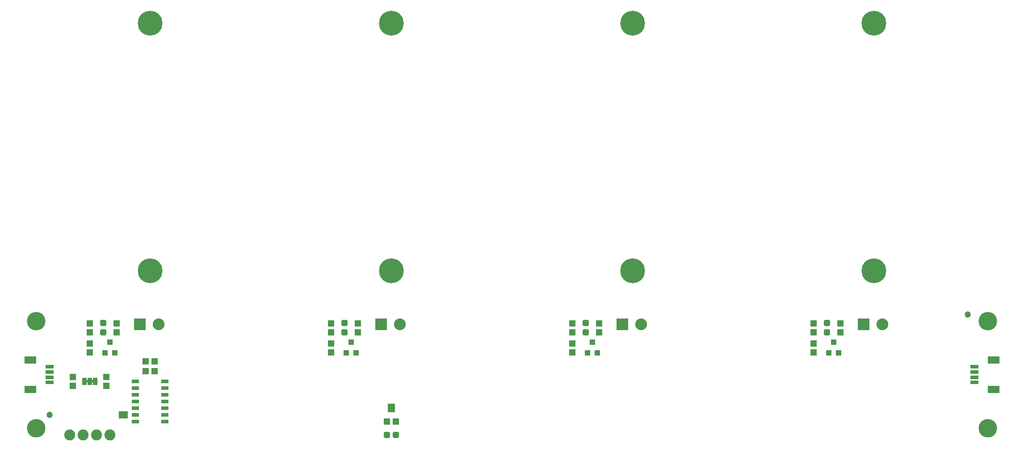
<source format=gts>
G04 EAGLE Gerber RS-274X export*
G75*
%MOMM*%
%FSLAX34Y34*%
%LPD*%
%INSoldermask Top*%
%IPPOS*%
%AMOC8*
5,1,8,0,0,1.08239X$1,22.5*%
G01*
%ADD10R,1.303200X1.203200*%
%ADD11C,0.505344*%
%ADD12C,1.203200*%
%ADD13C,2.082800*%
%ADD14R,2.203200X1.403200*%
%ADD15R,1.553200X0.803200*%
%ADD16R,1.473200X0.838200*%
%ADD17R,0.838200X1.473200*%
%ADD18C,3.505200*%
%ADD19C,4.703200*%
%ADD20R,2.235200X2.235200*%
%ADD21C,2.235200*%
%ADD22R,1.003200X1.103200*%
%ADD23R,1.203200X1.303200*%
%ADD24R,1.403200X0.803200*%
%ADD25R,0.863600X1.473200*%

G36*
X123890Y112407D02*
X123890Y112407D01*
X123956Y112409D01*
X123999Y112427D01*
X124046Y112435D01*
X124103Y112469D01*
X124163Y112494D01*
X124198Y112525D01*
X124239Y112550D01*
X124281Y112601D01*
X124329Y112645D01*
X124351Y112687D01*
X124380Y112724D01*
X124401Y112786D01*
X124432Y112845D01*
X124440Y112899D01*
X124452Y112936D01*
X124451Y112976D01*
X124459Y113030D01*
X124459Y115570D01*
X124448Y115635D01*
X124446Y115701D01*
X124428Y115744D01*
X124420Y115791D01*
X124386Y115848D01*
X124361Y115908D01*
X124330Y115943D01*
X124305Y115984D01*
X124254Y116026D01*
X124210Y116074D01*
X124168Y116096D01*
X124131Y116125D01*
X124069Y116146D01*
X124010Y116177D01*
X123956Y116185D01*
X123919Y116197D01*
X123879Y116196D01*
X123825Y116204D01*
X120015Y116204D01*
X119950Y116193D01*
X119884Y116191D01*
X119841Y116173D01*
X119794Y116165D01*
X119737Y116131D01*
X119677Y116106D01*
X119642Y116075D01*
X119601Y116050D01*
X119560Y115999D01*
X119511Y115955D01*
X119489Y115913D01*
X119460Y115876D01*
X119439Y115814D01*
X119408Y115755D01*
X119400Y115701D01*
X119388Y115664D01*
X119388Y115661D01*
X119389Y115624D01*
X119381Y115570D01*
X119381Y113030D01*
X119392Y112965D01*
X119394Y112899D01*
X119412Y112856D01*
X119420Y112809D01*
X119454Y112752D01*
X119479Y112692D01*
X119510Y112657D01*
X119535Y112616D01*
X119586Y112575D01*
X119630Y112526D01*
X119672Y112504D01*
X119709Y112475D01*
X119771Y112454D01*
X119830Y112423D01*
X119884Y112415D01*
X119921Y112403D01*
X119961Y112404D01*
X120015Y112396D01*
X123825Y112396D01*
X123890Y112407D01*
G37*
G36*
X134050Y112407D02*
X134050Y112407D01*
X134116Y112409D01*
X134159Y112427D01*
X134206Y112435D01*
X134263Y112469D01*
X134323Y112494D01*
X134358Y112525D01*
X134399Y112550D01*
X134441Y112601D01*
X134489Y112645D01*
X134511Y112687D01*
X134540Y112724D01*
X134561Y112786D01*
X134592Y112845D01*
X134600Y112899D01*
X134612Y112936D01*
X134611Y112976D01*
X134619Y113030D01*
X134619Y115570D01*
X134608Y115635D01*
X134606Y115701D01*
X134588Y115744D01*
X134580Y115791D01*
X134546Y115848D01*
X134521Y115908D01*
X134490Y115943D01*
X134465Y115984D01*
X134414Y116026D01*
X134370Y116074D01*
X134328Y116096D01*
X134291Y116125D01*
X134229Y116146D01*
X134170Y116177D01*
X134116Y116185D01*
X134079Y116197D01*
X134039Y116196D01*
X133985Y116204D01*
X130175Y116204D01*
X130110Y116193D01*
X130044Y116191D01*
X130001Y116173D01*
X129954Y116165D01*
X129897Y116131D01*
X129837Y116106D01*
X129802Y116075D01*
X129761Y116050D01*
X129720Y115999D01*
X129671Y115955D01*
X129649Y115913D01*
X129620Y115876D01*
X129599Y115814D01*
X129568Y115755D01*
X129560Y115701D01*
X129548Y115664D01*
X129548Y115661D01*
X129549Y115624D01*
X129541Y115570D01*
X129541Y113030D01*
X129552Y112965D01*
X129554Y112899D01*
X129572Y112856D01*
X129580Y112809D01*
X129614Y112752D01*
X129639Y112692D01*
X129670Y112657D01*
X129695Y112616D01*
X129746Y112575D01*
X129790Y112526D01*
X129832Y112504D01*
X129869Y112475D01*
X129931Y112454D01*
X129990Y112423D01*
X130044Y112415D01*
X130081Y112403D01*
X130121Y112404D01*
X130175Y112396D01*
X133985Y112396D01*
X134050Y112407D01*
G37*
D10*
X232800Y133350D03*
X249800Y133350D03*
D11*
X1520510Y210620D02*
X1527490Y210620D01*
X1527490Y203640D01*
X1520510Y203640D01*
X1520510Y210620D01*
X1520510Y208440D02*
X1527490Y208440D01*
X1527490Y228160D02*
X1520510Y228160D01*
X1527490Y228160D02*
X1527490Y221180D01*
X1520510Y221180D01*
X1520510Y228160D01*
X1520510Y225980D02*
X1527490Y225980D01*
X703780Y16190D02*
X703780Y9210D01*
X703780Y16190D02*
X710760Y16190D01*
X710760Y9210D01*
X703780Y9210D01*
X703780Y14010D02*
X710760Y14010D01*
X686240Y16190D02*
X686240Y9210D01*
X686240Y16190D02*
X693220Y16190D01*
X693220Y9210D01*
X686240Y9210D01*
X686240Y14010D02*
X693220Y14010D01*
X1063310Y210620D02*
X1070290Y210620D01*
X1070290Y203640D01*
X1063310Y203640D01*
X1063310Y210620D01*
X1063310Y208440D02*
X1070290Y208440D01*
X1070290Y228160D02*
X1063310Y228160D01*
X1070290Y228160D02*
X1070290Y221180D01*
X1063310Y221180D01*
X1063310Y228160D01*
X1063310Y225980D02*
X1070290Y225980D01*
X613090Y210620D02*
X606110Y210620D01*
X613090Y210620D02*
X613090Y203640D01*
X606110Y203640D01*
X606110Y210620D01*
X606110Y208440D02*
X613090Y208440D01*
X613090Y228160D02*
X606110Y228160D01*
X613090Y228160D02*
X613090Y221180D01*
X606110Y221180D01*
X606110Y228160D01*
X606110Y225980D02*
X613090Y225980D01*
X155890Y210620D02*
X148910Y210620D01*
X155890Y210620D02*
X155890Y203640D01*
X148910Y203640D01*
X148910Y210620D01*
X148910Y208440D02*
X155890Y208440D01*
X155890Y228160D02*
X148910Y228160D01*
X155890Y228160D02*
X155890Y221180D01*
X148910Y221180D01*
X148910Y228160D01*
X148910Y225980D02*
X155890Y225980D01*
D12*
X1790700Y241300D03*
X50800Y50800D03*
D13*
X165100Y12700D03*
X139700Y12700D03*
X114300Y12700D03*
X88900Y12700D03*
D14*
X1840150Y99000D03*
X1840150Y155000D03*
D15*
X1803400Y112000D03*
X1803400Y122000D03*
X1803400Y132000D03*
X1803400Y142000D03*
D14*
X14050Y155000D03*
X14050Y99000D03*
D15*
X50800Y142000D03*
X50800Y132000D03*
X50800Y122000D03*
X50800Y112000D03*
D16*
X698500Y67564D03*
X698500Y59436D03*
D17*
X194564Y50800D03*
X186436Y50800D03*
D18*
X1828800Y25400D03*
X25400Y228600D03*
X25400Y25400D03*
X1828800Y228600D03*
D19*
X1155700Y323800D03*
X1155700Y793800D03*
D20*
X1136650Y222250D03*
D21*
X1171650Y222250D03*
D19*
X1612900Y323800D03*
X1612900Y793800D03*
D20*
X1593850Y222250D03*
D21*
X1628850Y222250D03*
D19*
X698500Y323800D03*
X698500Y793800D03*
D20*
X679450Y222250D03*
D21*
X714450Y222250D03*
D19*
X241300Y323800D03*
X241300Y793800D03*
D20*
X222250Y222250D03*
D21*
X257250Y222250D03*
D22*
X1527200Y167800D03*
X1546200Y167800D03*
X1536700Y188800D03*
X1070000Y167800D03*
X1089000Y167800D03*
X1079500Y188800D03*
X612800Y167800D03*
X631800Y167800D03*
X622300Y188800D03*
X155600Y167800D03*
X174600Y167800D03*
X165100Y188800D03*
D23*
X1498600Y224400D03*
X1498600Y207400D03*
X127000Y224400D03*
X127000Y207400D03*
D10*
X707000Y38100D03*
X690000Y38100D03*
D23*
X177800Y207400D03*
X177800Y224400D03*
X127000Y169300D03*
X127000Y186300D03*
D10*
X232800Y152400D03*
X249800Y152400D03*
D23*
X1549400Y207400D03*
X1549400Y224400D03*
X1498600Y169300D03*
X1498600Y186300D03*
X1041400Y224400D03*
X1041400Y207400D03*
X1092200Y207400D03*
X1092200Y224400D03*
X1041400Y169300D03*
X1041400Y186300D03*
X584200Y224400D03*
X584200Y207400D03*
X635000Y207400D03*
X635000Y224400D03*
X584200Y169300D03*
X584200Y186300D03*
D24*
X213300Y114300D03*
X213300Y101600D03*
X213300Y88900D03*
X213300Y76200D03*
X213300Y63500D03*
X213300Y50800D03*
X213300Y38100D03*
X269300Y38100D03*
X269300Y50800D03*
X269300Y63500D03*
X269300Y76200D03*
X269300Y88900D03*
X269300Y101600D03*
X269300Y114300D03*
D25*
X116586Y114300D03*
X127000Y114300D03*
X137414Y114300D03*
D23*
X95250Y122800D03*
X95250Y105800D03*
X158750Y122800D03*
X158750Y105800D03*
M02*

</source>
